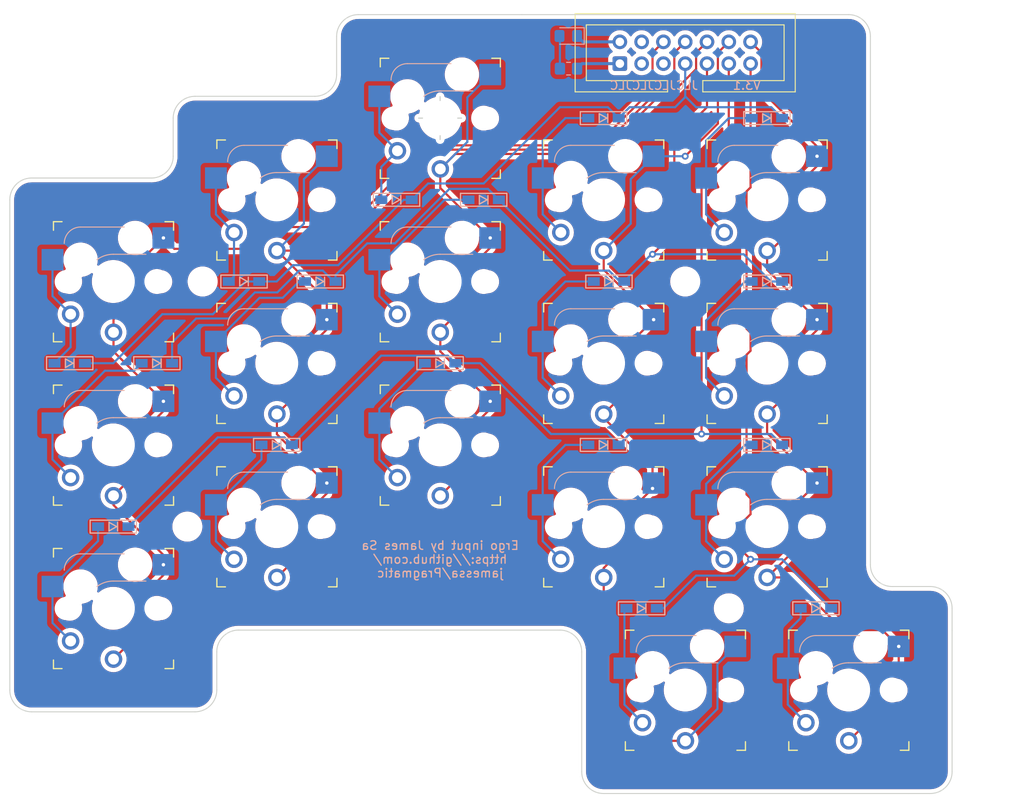
<source format=kicad_pcb>
(kicad_pcb (version 20211014) (generator pcbnew)
  (title_block (title "Pragmatic 34 input module") (date "2022-06-16") (rev "3.1") (company "James Sa"))
  (layers (0 "F.Cu" signal) (31 "B.Cu" signal) (34 "B.Paste" user) (35 "F.Paste" user) (36 "B.SilkS" user "B.Silkscreen") (37 "F.SilkS" user "F.Silkscreen") (38 "B.Mask" user) (39 "F.Mask" user) (44 "Edge.Cuts" user))
  (net 0 "")
  (net 1 "Net-(D1-Pad2)")
  (net 3 "Net-(D2-Pad2)")
  (net 4 "Net-(D7-Pad2)")
  (net 6 "Net-(D8-Pad2)")
  (net 7 "VCC")
  (net 8 "Col3")
  (net 9 "Col2")
  (net 10 "Row3")
  (net 11 "GND")
  (net 12 "Row4")
  (net 13 "Row5")
  (net 14 "Row6")
  (net 15 "Col6")
  (net 16 "Col5")
  (net 17 "Col4")
  (net 18 "Net-(D37-Pad2)")
  (net 19 "Net-(D3-Pad2)")
  (net 20 "Net-(D4-Pad2)")
  (net 21 "Net-(D5-Pad2)")
  (net 23 "Net-(D9-Pad2)")
  (net 24 "Net-(D10-Pad2)")
  (net 25 "Net-(D11-Pad2)")
  (net 26 "Net-(D13-Pad2)")
  (net 27 "Net-(D14-Pad2)")
  (net 28 "Net-(D15-Pad2)")
  (net 29 "Net-(D16-Pad2)")
  (net 30 "Net-(D17-Pad2)")
  (net 31 "Net-(D22-Pad2)")
  (net 32 "Net-(D23-Pad2)")
  (footprint "Keyboard_JSA:MX_Hotswap_Choc_Solder" (layer "F.Cu") (at 57.15 76.2)
    (fp_text reference "SW1" hide)
    (fp_text value "SW_Push" hide)
  )
  (footprint "Keyboard_JSA:MX_Hotswap_Choc_Solder" (layer "F.Cu") (at 57.15 95.25)
    (fp_text reference "SW7" hide)
    (fp_text value "SW_Push" hide)
  )
  (footprint "Keyboard_JSA:MX_Hotswap_Choc_Solder" (layer "F.Cu") (at 76.2 85.725)
    (fp_text reference "SW8" hide)
    (fp_text value "SW_Push" hide)
  )
  (footprint "Keyboard_JSA:MX_Hotswap_Choc_Solder" (layer "F.Cu") (at 76.2 66.675)
    (fp_text reference "SW2" hide)
    (fp_text value "SW_Push" hide)
  )
  (footprint "Keyboard_JSA:MX_Hotswap_Choc_Solder" (layer "F.Cu") (at 95.25 57.15)
    (fp_text reference "SW3" hide)
    (fp_text value "SW_Push" hide)
  )
  (footprint "Keyboard_JSA:MX_Hotswap_Choc_Solder" (layer "F.Cu") (at 114.3 66.675)
    (fp_text reference "SW4" hide)
    (fp_text value "SW_Push" hide)
  )
  (footprint "Keyboard_JSA:MX_Hotswap_Choc_Solder" (layer "F.Cu") (at 133.35 66.675)
    (fp_text reference "SW5" hide)
    (fp_text value "SW_Push" hide)
  )
  (footprint "Keyboard_JSA:MX_Hotswap_Choc_Solder" (layer "F.Cu") (at 95.25 76.2)
    (fp_text reference "SW9" hide)
    (fp_text value "SW_Push" hide)
  )
  (footprint "Keyboard_JSA:MX_Hotswap_Choc_Solder" (layer "F.Cu") (at 114.3 85.725)
    (fp_text reference "SW10" hide)
    (fp_text value "SW_Push" hide)
  )
  (footprint "Keyboard_JSA:MX_Hotswap_Choc_Solder" (layer "F.Cu") (at 133.35 85.725)
    (fp_text reference "SW11" hide)
    (fp_text value "SW_Push" hide)
  )
  (footprint "Keyboard_JSA:MX_Hotswap_Choc_Solder" (layer "F.Cu") (at 57.15 114.3)
    (fp_text reference "SW13" hide)
    (fp_text value "SW_Push" hide)
  )
  (footprint "Keyboard_JSA:MX_Hotswap_Choc_Solder" (layer "F.Cu") (at 76.2 104.775)
    (fp_text reference "SW14" hide)
    (fp_text value "SW_Push" hide)
  )
  (footprint "Keyboard_JSA:MX_Hotswap_Choc_Solder" (layer "F.Cu") (at 95.25 95.25)
    (fp_text reference "SW15" hide)
    (fp_text value "SW_Push" hide)
  )
  (footprint "Keyboard_JSA:MX_Hotswap_Choc_Solder" (layer "F.Cu") (at 114.3 104.775)
    (fp_text reference "SW16" hide)
    (fp_text value "SW_Push" hide)
  )
  (footprint "Keyboard_JSA:MX_Hotswap_Choc_Solder" (layer "F.Cu") (at 133.35 104.775)
    (fp_text reference "SW17" hide)
    (fp_text value "SW_Push" hide)
  )
  (footprint "Keyboard_JSA:MX_Hotswap_Choc_Solder" (layer "F.Cu") (at 123.825 123.825)
    (fp_text reference "SW22" hide)
    (fp_text value "SW_Push" hide)
  )
  (footprint "Keyboard_JSA:MX_Hotswap_Choc_Solder" (layer "F.Cu") (at 142.875 123.825)
    (fp_text reference "SW23" hide)
    (fp_text value "SW_Push" hide)
  )
  (footprint "MountingHole:MountingHole_2.5mm" (layer "F.Cu") (at 67.564 76.2)
    (fp_text reference "H1")
    (fp_text value "MountingHole")
  )
  (footprint "MountingHole:MountingHole_2.5mm" (layer "F.Cu") (at 65.786 104.775)
    (fp_text reference "H2")
    (fp_text value "MountingHole")
  )
  (footprint "MountingHole:MountingHole_2.5mm" (layer "F.Cu") (at 123.825 76.2)
    (fp_text reference "H3")
    (fp_text value "MountingHole")
  )
  (footprint "MountingHole:MountingHole_2.5mm" (layer "F.Cu") (at 128.905 114.3)
    (fp_text reference "H4")
    (fp_text value "MountingHole")
  )
  (footprint "Connector_IDC:IDC-Header_2x07_P2.54mm_Vertical" (layer "F.Cu") (at 116.205 50.8 90)
    (fp_text reference "J1" hide)
    (fp_text value "Hand-Soldering")
  )
  (footprint "Symbol:OSHW-Logo_5.7x6mm_Copper" (layer "F.Cu") (at 95.25 108.585)
    (fp_text reference "LOGO1" hide)
    (fp_text value "Logo_Open_Hardware_Small" hide)
  )
  (footprint "Keyboard_Foostan:D3_SMD_v2" (layer "B.Cu") (at 52.07 85.725 180)
    (fp_text reference "D1" hide)
    (fp_text value "1N4148" hide)
  )
  (footprint "Keyboard_Foostan:D3_SMD_v2" (layer "B.Cu") (at 62.23 85.725 180)
    (fp_text reference "D7" hide)
    (fp_text value "1N4148" hide)
  )
  (footprint "Keyboard_Foostan:D3_SMD_v2" (layer "B.Cu") (at 81.28 76.2 180)
    (fp_text reference "D8" hide)
    (fp_text value "1N4148" hide)
  )
  (footprint "Keyboard_Foostan:D3_SMD_v2" (layer "B.Cu") (at 72.39 76.2 180)
    (fp_text reference "D2" hide)
    (fp_text value "1N4148" hide)
  )
  (footprint "Keyboard_Foostan:D3_SMD_v2" (layer "B.Cu") (at 90.17 66.675 180)
    (fp_text reference "D3" hide)
    (fp_text value "1N4148" hide)
  )
  (footprint "Keyboard_Foostan:D3_SMD_v2" (layer "B.Cu") (at 114.3 57.15 180)
    (fp_text reference "D4" hide)
    (fp_text value "1N4148" hide)
  )
  (footprint "Keyboard_Foostan:D3_SMD_v2" (layer "B.Cu") (at 133.35 57.15 180)
    (fp_text reference "D5" hide)
    (fp_text value "1N4148" hide)
  )
  (footprint "Keyboard_Foostan:D3_SMD_v2" (layer "B.Cu") (at 100.33 66.675 180)
    (fp_text reference "D9" hide)
    (fp_text value "1N4148" hide)
  )
  (footprint "Keyboard_Foostan:D3_SMD_v2" (layer "B.Cu") (at 114.935 76.2 180)
    (fp_text reference "D10" hide)
    (fp_text value "1N4148" hide)
  )
  (footprint "Keyboard_Foostan:D3_SMD_v2" (layer "B.Cu") (at 133.35 76.2 180)
    (fp_text reference "D11" hide)
    (fp_text value "1N4148" hide)
  )
  (footprint "Keyboard_Foostan:D3_SMD_v2" (layer "B.Cu") (at 57.15 104.775 180)
    (fp_text reference "D13" hide)
    (fp_text value "1N4148" hide)
  )
  (footprint "Keyboard_Foostan:D3_SMD_v2" (layer "B.Cu") (at 76.2 95.25 180)
    (fp_text reference "D14" hide)
    (fp_text value "1N4148" hide)
  )
  (footprint "Keyboard_Foostan:D3_SMD_v2" (layer "B.Cu") (at 95.25 85.725 180)
    (fp_text reference "D15" hide)
    (fp_text value "1N4148" hide)
  )
  (footprint "Keyboard_Foostan:D3_SMD_v2" (layer "B.Cu") (at 114.3 95.25 180)
    (fp_text reference "D16" hide)
    (fp_text value "1N4148" hide)
  )
  (footprint "Keyboard_Foostan:D3_SMD_v2" (layer "B.Cu") (at 133.35 95.25 180)
    (fp_text reference "D17" hide)
    (fp_text value "1N4148" hide)
  )
  (footprint "Keyboard_Foostan:D3_SMD_v2" (layer "B.Cu") (at 118.745 114.3 180)
    (fp_text reference "D22" hide)
    (fp_text value "1N4148" hide)
  )
  (footprint "Keyboard_Foostan:D3_SMD_v2" (layer "B.Cu") (at 139.065 114.3 180)
    (fp_text reference "D23" hide)
    (fp_text value "1N4148" hide)
  )
  (footprint "LED_SMD:LED_0805_2012Metric_Pad1.15x1.40mm_HandSolder" (layer "B.Cu") (at 110.195 47.575 180)
    (fp_text reference "D37")
    (fp_text value "White LED")
  )
  (footprint "Resistor_SMD:R_0805_2012Metric_Pad1.20x1.40mm_HandSolder" (layer "B.Cu") (at 110.22 51.385 180)
    (fp_text reference "R1")
    (fp_text value "1.5K 1/8W")
  )
  (gr_line (start 83.185 52.07) (end 83.185 47.625) (layer "Edge.Cuts") (width 0.12))
  (gr_line (start 111.76 119.38) (end 111.76 133.35) (layer "Edge.Cuts") (width 0.12))
  (gr_arc (start 147.955 111.76) (mid 146.158949 111.016051) (end 145.415 109.22) (layer "Edge.Cuts") (width 0.12))
  (gr_arc (start 47.625 126.365) (mid 45.828949 125.621051) (end 45.085 123.825) (layer "Edge.Cuts") (width 0.12))
  (gr_line (start 149.86 135.89) (end 152.4 135.89) (layer "Edge.Cuts") (width 0.12))
  (gr_arc (start 64.135 61.595) (mid 63.391051 63.391051) (end 61.595 64.135) (layer "Edge.Cuts") (width 0.12))
  (gr_line (start 45.085 66.675) (end 45.085 123.825) (layer "Edge.Cuts") (width 0.12))
  (gr_arc (start 114.3 135.89) (mid 112.503949 135.146051) (end 111.76 133.35) (layer "Edge.Cuts") (width 0.12))
  (gr_arc (start 83.185 52.07) (mid 82.441051 53.866051) (end 80.645 54.61) (layer "Edge.Cuts") (width 0.12))
  (gr_arc (start 69.215 119.38) (mid 69.958949 117.583949) (end 71.755 116.84) (layer "Edge.Cuts") (width 0.12))
  (gr_arc (start 152.4 111.76) (mid 154.196051 112.503949) (end 154.94 114.3) (layer "Edge.Cuts") (width 0.12))
  (gr_line (start 145.415 109.22) (end 145.415 47.625) (layer "Edge.Cuts") (width 0.12))
  (gr_line (start 47.625 126.365) (end 66.675 126.365) (layer "Edge.Cuts") (width 0.12))
  (gr_arc (start 83.185 47.625) (mid 83.928949 45.828949) (end 85.725 45.085) (layer "Edge.Cuts") (width 0.12))
  (gr_line (start 154.94 116.84) (end 154.94 114.3) (layer "Edge.Cuts") (width 0.12))
  (gr_arc (start 64.135 57.15) (mid 64.878949 55.353949) (end 66.675 54.61) (layer "Edge.Cuts") (width 0.12))
  (gr_line (start 109.22 116.84) (end 71.755 116.84) (layer "Edge.Cuts") (width 0.12))
  (gr_arc (start 109.22 116.84) (mid 111.016051 117.583949) (end 111.76 119.38) (layer "Edge.Cuts") (width 0.12))
  (gr_arc (start 45.085 66.675) (mid 45.828949 64.878949) (end 47.625 64.135) (layer "Edge.Cuts") (width 0.12))
  (gr_arc (start 69.215 123.825) (mid 68.471051 125.621051) (end 66.675 126.365) (layer "Edge.Cuts") (width 0.12))
  (gr_line (start 69.215 123.825) (end 69.215 119.38) (layer "Edge.Cuts") (width 0.12))
  (gr_line (start 104.775 45.085) (end 85.725 45.085) (layer "Edge.Cuts") (width 0.12))
  (gr_line (start 64.135 57.15) (end 64.135 61.595) (layer "Edge.Cuts") (width 0.12))
  (gr_line (start 152.4 111.76) (end 147.955 111.76) (layer "Edge.Cuts") (width 0.12))
  (gr_line (start 142.875 45.085) (end 104.775 45.085) (layer "Edge.Cuts") (width 0.12))
  (gr_line (start 61.595 64.135) (end 47.625 64.135) (layer "Edge.Cuts") (width 0.12))
  (gr_arc (start 154.94 133.35) (mid 154.196051 135.146051) (end 152.4 135.89) (layer "Edge.Cuts") (width 0.12))
  (gr_line (start 154.94 116.84) (end 154.94 133.35) (layer "Edge.Cuts") (width 0.12))
  (gr_line (start 149.86 135.89) (end 114.3 135.89) (layer "Edge.Cuts") (width 0.12))
  (gr_arc (start 142.875 45.085) (mid 144.671051 45.828949) (end 145.415 47.625) (layer "Edge.Cuts") (width 0.12))
  (gr_line (start 66.675 54.61) (end 80.645 54.61) (layer "Edge.Cuts") (width 0.12))
  (gr_text "Ergo input by James Sa\nhttps://github.com/\njamessa/Pragmatic" (at 95.25 108.585) (layer "B.SilkS") (effects (font (size 1 1)) (justify mirror)))
  (gr_text "김" (at 68.58 93.98) (layer "B.SilkS") (effects (font (size 1 1)) (justify mirror)))
  (gr_text "JLCJLCJLCJLC" (at 114.935 53.34) (layer "B.SilkS") (effects (font (size 1.016 1)) (justify right mirror)))
  (gr_text "김" (at 67.31 94.615) (layer "B.SilkS") (effects (font (size 1.5 1.5)) (justify mirror)))
  (gr_text "V3.1" (at 132.715 53.34) (layer "B.SilkS") (effects (font (size 1 1)) (justify left mirror)))
  (target plus (at 95.25 57.15) (size 5) (width 0.12) (layer "Edge.Cuts"))
  (target plus (at 95.25 57.15) (size 5) (width 0.12) (layer "Edge.Cuts"))
  (segment (start 50.065 73.66) (end 50.065 77.9) (width 0.25) (layer "B.Cu") (net 1))
  (segment (start 50.065 77.9) (end 52.175 80.01) (width 0.25) (layer "B.Cu") (net 1))
  (segment (start 52.175 80.01) (end 52.175 83.845) (width 0.25) (layer "B.Cu") (net 1))
  (segment (start 52.175 83.845) (end 50.295 85.725) (width 0.25) (layer "B.Cu") (net 1))
  (segment (start 69.115 64.135) (end 69.115 68.375) (width 0.25) (layer "B.Cu") (net 3))
  (segment (start 71.225 70.485) (end 71.225 75.59) (width 0.25) (layer "B.Cu") (net 3))
  (segment (start 69.115 68.375) (end 71.225 70.485) (width 0.25) (layer "B.Cu") (net 3))
  (segment (start 71.225 75.59) (end 70.615 76.2) (width 0.25) (layer "B.Cu") (net 3))
  (segment (start 56.171489 86.603511) (end 50.065 92.71) (width 0.25) (layer "B.Cu") (net 4))
  (segment (start 59.576489 86.603511) (end 56.171489 86.603511) (width 0.25) (layer "B.Cu") (net 4))
  (segment (start 50.065 92.71) (end 50.065 96.95) (width 0.25) (layer "B.Cu") (net 4))
  (segment (start 50.065 96.95) (end 52.175 99.06) (width 0.25) (layer "B.Cu") (net 4))
  (segment (start 60.455 85.725) (end 59.576489 86.603511) (width 0.25) (layer "B.Cu") (net 4))
  (segment (start 79.505 76.2) (end 78.805 76.2) (width 0.25) (layer "B.Cu") (net 6))
  (segment (start 76.9 78.105) (end 74.195 78.105) (width 0.25) (layer "B.Cu") (net 6))
  (segment (start 74.195 78.105) (end 69.115 83.185) (width 0.25) (layer "B.Cu") (net 6))
  (segment (start 69.115 87.425) (end 71.225 89.535) (width 0.25) (layer "B.Cu") (net 6))
  (segment (start 69.115 83.185) (end 69.115 87.425) (width 0.25) (layer "B.Cu") (net 6))
  (segment (start 78.805 76.2) (end 76.9 78.105) (width 0.25) (layer "B.Cu") (net 6))
  (segment (start 116.205 50.8) (end 111.805 50.8) (width 0.3556) (layer "B.Cu") (net 7))
  (segment (start 111.805 50.8) (end 111.22 51.385) (width 0.3556) (layer "B.Cu") (net 7))
  (segment (start 79.375 88.5) (end 79.375 84.455) (width 0.25) (layer "F.Cu") (net 8))
  (segment (start 82.042 80.645) (end 82.042 78.417) (width 0.25) (layer "F.Cu") (net 8))
  (segment (start 79.375 107.55) (end 79.375 103.5685) (width 0.25) (layer "F.Cu") (net 8))
  (segment (start 79.375 103.5685) (end 82.042 100.9015) (width 0.25) (layer "F.Cu") (net 8))
  (segment (start 94.428998 60.828502) (end 82.6575 72.6) (width 0.25) (layer "F.Cu") (net 8))
  (segment (start 123.825 48.26) (end 122.555 49.53) (width 0.25) (layer "F.Cu") (net 8))
  (segment (start 76.225 91.65) (end 79.375 88.5) (width 0.25) (layer "F.Cu") (net 8))
  (segment (start 76.225 110.7) (end 79.375 107.55) (width 0.25) (layer "F.Cu") (net 8))
  (segment (start 79.375 84.455) (end 82.042 81.788) (width 0.25) (layer "F.Cu") (net 8))
  (segment (start 76.225 94.005) (end 76.225 91.65) (width 0.25) (layer "F.Cu") (net 8))
  (segment (start 113.796498 60.828502) (end 94.428998 60.828502) (width 0.25) (layer "F.Cu") (net 8))
  (segment (start 122.555 49.53) (end 122.555 52.07) (width 0.25) (layer "F.Cu") (net 8))
  (segment (start 82.6575 72.6) (end 76.225 72.6) (width 0.25) (layer "F.Cu") (net 8))
  (segment (start 82.042 78.417) (end 76.225 72.6) (width 0.25) (layer "F.Cu") (net 8))
  (segment (start 82.042 99.695) (end 81.915 99.695) (width 0.25) (layer "F.Cu") (net 8))
  (segment (start 81.915 99.695) (end 76.225 94.005) (width 0.25) (layer "F.Cu") (net 8))
  (segment (start 82.042 81.788) (end 82.042 80.645) (width 0.25) (layer "F.Cu") (net 8))
  (segment (start 82.042 100.9015) (end 82.042 99.695) (width 0.25) (layer "F.Cu") (net 8))
  (segment (start 122.555 52.07) (end 113.796498 60.828502) (width 0.25) (layer "F.Cu") (net 8))
  (via (at 82.042 99.695) (size 0.8) (drill 0.4) (layers "F.Cu" "B.Cu") (net 8))
  (via (at 82.042 80.645) (size 0.8) (drill 0.4) (layers "F.Cu" "B.Cu") (net 8))
  (segment (start 79.375 64.262) (end 79.375 69.45) (width 0.25) (layer "B.Cu") (net 8))
  (segment (start 79.375 69.45) (end 76.225 72.6) (width 0.25) (layer "B.Cu") (net 8))
  (segment (start 82.042 61.595) (end 79.375 64.262) (width 0.25) (layer "B.Cu") (net 8))
  (segment (start 57.175 84.353) (end 62.992 90.17) (width 0.25) (layer "F.Cu") (net 9))
  (segment (start 120.015 49.53) (end 120.015 53.774344) (width 0.25) (layer "F.Cu") (net 9))
  (segment (start 113.464353 60.324991) (end 93.980009 60.324991) (width 0.25) (layer "F.Cu") (net 9))
  (segment (start 75.333568 69.85) (end 72.793568 72.39) (width 0.25) (layer "F.Cu") (net 9))
  (segment (start 57.175 101.175) (end 57.175 102.26) (width 0.25) (layer "F.Cu") (net 9))
  (segment (start 84.455 69.85) (end 75.333568 69.85) (width 0.25) (layer "F.Cu") (net 9))
  (segment (start 60.325 98.025) (end 57.175 101.175) (width 0.25) (layer "F.Cu") (net 9))
  (segment (start 60.325 73.787) (end 60.325 77.47) (width 0.25) (layer "F.Cu") (net 9))
  (segment (start 62.992 109.22) (end 62.992 110.4265) (width 0.25) (layer "F.Cu") (net 9))
  (segment (start 72.793568 72.39) (end 64.262 72.39) (width 0.25) (layer "F.Cu") (net 9))
  (segment (start 57.175 102.26) (end 62.992 108.077) (width 0.25) (layer "F.Cu") (net 9))
  (segment (start 62.992 110.4265) (end 60.325 113.0935) (width 0.25) (layer "F.Cu") (net 9))
  (segment (start 93.980009 60.324991) (end 84.455 69.85) (width 0.25) (layer "F.Cu") (net 9))
  (segment (start 64.262 72.39) (end 62.992 71.12) (width 0.25) (layer "F.Cu") (net 9))
  (segment (start 62.992 108.077) (end 62.992 109.22) (width 0.25) (layer "F.Cu") (net 9))
  (segment (start 120.015 53.774344) (end 113.464353 60.324991) (width 0.25) (layer "F.Cu") (net 9))
  (segment (start 60.325 113.0935) (end 60.325 117.075) (width 0.25) (layer "F.Cu") (net 9))
  (segment (start 60.325 93.98) (end 60.325 98.025) (width 0.25) (layer "F.Cu") (net 9))
  (segment (start 62.992 91.313) (end 60.325 93.98) (width 0.25) (layer "F.Cu") (net 9))
  (segment (start 62.992 71.12) (end 60.325 73.787) (width 0.25) (layer "F.Cu") (net 9))
  (segment (start 62.992 90.17) (end 62.992 91.313) (width 0.25) (layer "F.Cu") (net 9))
  (segment (start 57.175 82.125) (end 57.175 84.353) (width 0.25) (layer "F.Cu") (net 9))
  (segment (start 57.175 80.62) (end 57.175 82.125) (width 0.25) (layer "F.Cu") (net 9))
  (segment (start 60.325 77.47) (end 57.175 80.62) (width 0.25) (layer "F.Cu") (net 9))
  (segment (start 121.285 48.26) (end 120.015 49.53) (width 0.25) (layer "F.Cu") (net 9))
  (segment (start 60.325 117.075) (end 57.175 120.225) (width 0.25) (layer "F.Cu") (net 9))
  (via (at 62.992 109.22) (size 0.8) (drill 0.4) (layers "F.Cu" "B.Cu") (net 9))
  (via (at 62.992 90.17) (size 0.8) (drill 0.4) (layers "F.Cu" "B.Cu") (net 9))
  (via (at 62.992 71.12) (size 0.8) (drill 0.4) (layers "F.Cu" "B.Cu") (net 9))
  (segment (start 116.075 57.15) (end 114.805 55.88) (width 0.25) (layer "B.Cu") (net 10))
  (segment (start 135.125 57.15) (end 133.855 55.88) (width 0.25) (layer "B.Cu") (net 10))
  (segment (start 57.15 85.725) (end 53.845 85.725) (width 0.25) (layer "B.Cu") (net 10))
  (segment (start 90.995 66.675) (end 83.375 74.295) (width 0.25) (layer "B.Cu") (net 10))
  (segment (start 123.825 54.701962) (end 123.825 50.8) (width 0.25) (layer "B.Cu") (net 10))
  (segment (start 68.762022 80.01) (end 62.865 80.01) (width 0.25) (layer "B.Cu") (net 10))
  (segment (start 62.865 80.01) (end 57.15 85.725) (width 0.25) (layer "B.Cu") (net 10))
  (segment (start 117.345 55.88) (end 122.646962 55.88) (width 0.25) (layer "B.Cu") (net 10))
  (segment (start 100.33 64.77) (end 93.85 64.77) (width 0.25) (layer "B.Cu") (net 10))
  (segment (start 133.855 55.88) (end 125.095 55.88) (width 0.25) (layer "B.Cu") (net 10))
  (segment (start 72.572022 76.2) (end 68.762022 80.01) (width 0.25) (layer "B.Cu") (net 10))
  (segment (start 122.646962 55.88) (end 123.825 54.701962) (width 0.25) (layer "B.Cu") (net 10))
  (segment (start 114.805 55.88) (end 109.22 55.88) (width 0.25) (layer "B.Cu") (net 10))
  (segment (start 91.945 66.675) (end 90.995 66.675) (width 0.25) (layer "B.Cu") (net 10))
  (segment (start 78.105 74.295) (end 76.2 76.2) (width 0.25) (layer "B.Cu") (net 10))
  (segment (start 83.375 74.295) (end 78.105 74.295) (width 0.25) (layer "B.Cu") (net 10))
  (segment (start 74.165 76.2) (end 72.572022 76.2) (width 0.25) (layer "B.Cu") (net 10))
  (segment (start 93.85 64.77) (end 91.945 66.675) (width 0.25) (layer "B.Cu") (net 10))
  (segment (start 109.22 55.88) (end 100.33 64.77) (width 0.25) (layer "B.Cu") (net 10))
  (segment (start 116.075 57.15) (end 117.345 55.88) (width 0.25) (layer "B.Cu") (net 10))
  (segment (start 76.2 76.2) (end 74.165 76.2) (width 0.25) (layer "B.Cu") (net 10))
  (segment (start 125.095 55.88) (end 123.825 54.61) (width 0.25) (layer "B.Cu") (net 10))
  (segment (start 111.905 48.26) (end 111.22 47.575) (width 0.3556) (layer "B.Cu") (net 11))
  (segment (start 116.205 48.26) (end 111.905 48.26) (width 0.3556) (layer "B.Cu") (net 11))
  (segment (start 122.555 70.485) (end 120.015001 73.024999) (width 0.25) (layer "F.Cu") (net 12))
  (segment (start 126.365 55.88) (end 122.555 59.69) (width 0.25) (layer "F.Cu") (net 12))
  (segment (start 126.365 50.8) (end 126.365 55.88) (width 0.25) (layer "F.Cu") (net 12))
  (segment (start 122.555 59.69) (end 122.555 70.485) (width 0.25) (layer "F.Cu") (net 12))
  (via (at 120.015001 73.024999) (size 0.8) (drill 0.4) (layers "F.Cu" "B.Cu") (net 12))
  (segment (start 64.005 83.315) (end 64.005 85.725) (width 0.25) (layer "B.Cu") (net 12))
  (segment (start 83.055 75.45) (end 83.055 76.2) (width 0.25) (layer "B.Cu") (net 12))
  (segment (start 116.205 76.2) (end 114.935 74.93) (width 0.25) (layer "B.Cu") (net 12))
  (segment (start 96.331954 65.405) (end 89.981954 71.755) (width 0.25) (layer "B.Cu") (net 12))
  (segment (start 116.71 76.2) (end 119.885001 73.024999) (width 0.25) (layer "B.Cu") (net 12))
  (segment (start 76.277978 77.47) (end 73.66 77.47) (width 0.25) (layer "B.Cu") (net 12))
  (segment (start 78.817978 74.93) (end 76.277978 77.47) (width 0.25) (layer "B.Cu") (net 12))
  (segment (start 114.935 74.93) (end 110.36 74.93) (width 0.25) (layer "B.Cu") (net 12))
  (segment (start 73.66 77.47) (end 70.616489 80.513511) (width 0.25) (layer "B.Cu") (net 12))
  (segment (start 130.644999 73.024999) (end 120.015001 73.024999) (width 0.25) (layer "B.Cu") (net 12))
  (segment (start 119.885001 73.024999) (end 120.015001 73.024999) (width 0.25) (layer "B.Cu") (net 12))
  (segment (start 81.585 74.93) (end 78.817978 74.93) (width 0.25) (layer "B.Cu") (net 12))
  (segment (start 70.616489 80.513511) (end 66.806489 80.513511) (width 0.25) (layer "B.Cu") (net 12))
  (segment (start 110.36 74.93) (end 102.105 66.675) (width 0.25) (layer "B.Cu") (net 12))
  (segment (start 135.125 76.2) (end 133.82 76.2) (width 0.25) (layer "B.Cu") (net 12))
  (segment (start 102.105 66.675) (end 100.835 65.405) (width 0.25) (layer "B.Cu") (net 12))
  (segment (start 86.75 71.755) (end 83.055 75.45) (width 0.25) (layer "B.Cu") (net 12))
  (segment (start 82.855 76.2) (end 81.585 74.93) (width 0.25) (layer "B.Cu") (net 12))
  (segment (start 66.806489 80.513511) (end 64.005 83.315) (width 0.25) (layer "B.Cu") (net 12))
  (segment (start 133.82 76.2) (end 130.644999 73.024999) (width 0.25) (layer "B.Cu") (net 12))
  (segment (start 89.981954 71.755) (end 86.75 71.755) (width 0.25) (layer "B.Cu") (net 12))
  (segment (start 100.835 65.405) (end 96.331954 65.405) (width 0.25) (layer "B.Cu") (net 12))
  (segment (start 128.905 62.119026) (end 125.73 65.294026) (width 0.25) (layer "F.Cu") (net 13))
  (segment (start 125.73 65.294026) (end 125.73 93.98) (width 0.25) (layer "F.Cu") (net 13))
  (segment (start 128.905 50.8) (end 128.905 62.119026) (width 0.25) (layer "F.Cu") (net 13))
  (via (at 125.73 93.98) (size 0.8) (drill 0.4) (layers "F.Cu" "B.Cu") (net 13))
  (segment (start 114.805 93.98) (end 108.184022 93.98) (width 0.25) (layer "B.Cu") (net 13))
  (segment (start 97.025 85.725) (end 96.146489 84.846489) (width 0.25) (layer "B.Cu") (net 13))
  (segment (start 116.075 95.25) (end 114.805 93.98) (width 0.25) (layer "B.Cu") (net 13))
  (segment (start 69.328511 94.371489) (end 58.925 104.775) (width 0.25) (layer "B.Cu") (net 13))
  (segment (start 99.929022 85.725) (end 97.025 85.725) (width 0.25) (layer "B.Cu") (net 13))
  (segment (start 96.146489 84.846489) (end 88.378511 84.846489) (width 0.25) (layer "B.Cu") (net 13))
  (segment (start 108.184022 93.98) (end 99.929022 85.725) (width 0.25) (layer "B.Cu") (net 13))
  (segment (start 135.125 95.25) (end 133.855 93.98) (width 0.25) (layer "B.Cu") (net 13))
  (segment (start 116.075 95.25) (end 117.345 93.98) (width 0.25) (layer "B.Cu") (net 13))
  (segment (start 77.096489 94.371489) (end 69.328511 94.371489) (width 0.25) (layer "B.Cu") (net 13))
  (segment (start 88.378511 84.846489) (end 77.975 95.25) (width 0.25) (layer "B.Cu") (net 13))
  (segment (start 117.345 93.98) (end 125.73 93.98) (width 0.25) (layer "B.Cu") (net 13))
  (segment (start 77.975 95.25) (end 77.096489 94.371489) (width 0.25) (layer "B.Cu") (net 13))
  (segment (start 133.855 93.98) (end 125.73 93.98) (width 0.25) (layer "B.Cu") (net 13))
  (segment (start 130.975479 81.707492) (end 131.445 82.177013) (width 0.25) (layer "F.Cu") (net 14))
  (segment (start 131.445 103.321919) (end 130.175 104.591919) (width 0.25) (layer "F.Cu") (net 14))
  (segment (start 130.175 107.315) (end 131.445 108.585) (width 0.25) (layer "F.Cu") (net 14))
  (segment (start 130.175 104.591919) (end 130.175 107.315) (width 0.25) (layer "F.Cu") (net 14))
  (segment (start 130.975479 84.74144) (end 130.975479 101.019505) (width 0.25) (layer "F.Cu") (net 14))
  (segment (start 131.445 101.489026) (end 131.445 103.321919) (width 0.25) (layer "F.Cu") (net 14))
  (segment (start 130.975479 65.69144) (end 130.975479 81.707492) (width 0.25) (layer "F.Cu") (net 14))
  (segment (start 131.445 84.271919) (end 130.975479 84.74144) (width 0.25) (layer "F.Cu") (net 14))
  (segment (start 131.445 82.177013) (end 131.445 84.271919) (width 0.25) (layer "F.Cu") (net 14))
  (segment (start 130.975479 101.019505) (end 131.445 101.489026) (width 0.25) (layer "F.Cu") (net 14))
  (segment (start 131.445 50.8) (end 131.445 65.221919) (width 0.25) (layer "F.Cu") (net 14))
  (segment (start 131.445 65.221919) (end 130.975479 65.69144) (width 0.25) (layer "F.Cu") (net 14))
  (via (at 131.445 108.585) (size 0.8) (drill 0.4) (layers "F.Cu" "B.Cu") (net 14))
  (segment (start 140.84 114.3) (end 135.125 108.585) (width 0.25) (layer "B.Cu") (net 14))
  (segment (start 129.54 110.49) (end 131.445 108.585) (width 0.25) (layer "B.Cu") (net 14))
  (segment (start 125.095 110.49) (end 129.54 110.49) (width 0.25) (layer "B.Cu") (net 14))
  (segment (start 135.125 108.585) (end 131.445 108.585) (width 0.25) (layer "B.Cu") (net 14))
  (segment (start 120.52 114.3) (end 121.285 114.3) (width 0.25) (layer "B.Cu") (net 14))
  (segment (start 121.285 114.3) (end 125.095 110.49) (width 0.25) (layer "B.Cu") (net 14))
  (segment (start 133.375 93.878) (end 139.192 99.695) (width 0.25) (layer "F.Cu") (net 15))
  (segment (start 146.05 126.6) (end 142.9 129.75) (width 0.25) (layer "F.Cu") (net 15))
  (segment (start 142.24 116.84) (end 146.812 116.84) (width 0.25) (layer "F.Cu") (net 15))
  (segment (start 136.525 65.405) (end 136.525 69.85) (width 0.25) (layer "F.Cu") (net 15))
  (segment (start 132.715 49.53) (end 132.715 53.975) (width 0.25) (layer "F.Cu") (net 15))
  (segment (start 136.525 107.55) (end 133.375 110.7) (width 0.25) (layer "F.Cu") (net 15))
  (segment (start 139.192 99.695) (end 136.525 102.362) (width 0.25) (layer "F.Cu") (net 15))
  (segment (start 139.192 81.8515) (end 136.525 84.5185) (width 0.25) (layer "F.Cu") (net 15))
  (segment (start 146.812 116.84) (end 148.717 118.745) (width 0.25) (layer "F.Cu") (net 15))
  (segment (start 132.715 53.975) (end 139.192 60.452) (width 0.25) (layer "F.Cu") (net 15))
  (segment (start 148.717 118.745) (end 148.717 120.5865) (width 0.25) (layer "F.Cu") (net 15))
  (segment (start 148.717 120.5865) (end 146.05 123.2535) (width 0.25) (layer "F.Cu") (net 15))
  (segment (start 146.05 123.2535) (end 146.05 126.6) (width 0.25) (layer "F.Cu") (net 15))
  (segment (start 133.375 91.65) (end 133.375 93.878) (width 0.25) (layer "F.Cu") (net 15))
  (segment (start 133.375 110.7) (end 136.1 110.7) (width 0.25) (layer "F.Cu") (net 15))
  (segment (start 139.192 62.738) (end 136.525 65.405) (width 0.25) (layer "F.Cu") (net 15))
  (segment (start 139.192 60.452) (end 139.192 61.595) (width 0.25) (layer "F.Cu") (net 15))
  (segment (start 133.375 74.828) (end 139.192 80.645) (width 0.25) (layer "F.Cu") (net 15))
  (segment (start 136.525 84.5185) (end 136.525 88.5) (width 0.25) (layer "F.Cu") (net 15))
  (segment (start 139.192 61.595) (end 139.192 62.738) (width 0.25) (layer "F.Cu") (net 15))
  (segment (start 136.1 110.7) (end 142.24 116.84) (width 0.25) (layer "F.Cu") (net 15))
  (segment (start 136.525 88.5) (end 133.375 91.65) (width 0.25) (layer "F.Cu") (net 15))
  (segment (start 139.192 80.645) (end 139.192 81.8515) (width 0.25) (layer "F.Cu") (net 15))
  (segment (start 136.525 102.362) (end 136.525 107.55) (width 0.25) (layer "F.Cu") (net 15))
  (segment (start 133.375 72.6) (end 133.375 74.828) (width 0.25) (layer "F.Cu") (net 15))
  (segment (start 136.525 69.85) (end 133.775 72.6) (width 0.25) (layer "F.Cu") (net 15))
  (segment (start 131.445 48.26) (end 132.715 49.53) (width 0.25) (layer "F.Cu") (net 15))
  (via (at 139.192 80.645) (size 0.8) (drill 0.4) (layers "F.Cu" "B.Cu") (net 15))
  (via (at 139.192 61.595) (size 0.8) (drill 0.4) (layers "F.Cu" "B.Cu") (net 15))
  (via (at 148.717 118.745) (size 0.8) (drill 0.4) (layers "F.Cu" "B.Cu") (net 15))
  (via (at 139.192 99.695) (size 0.8) (drill 0.4) (layers "F.Cu" "B.Cu") (net 15))
  (segment (start 114.325 72.6) (end 114.325 74.828) (width 0.25) (layer "F.Cu") (net 16))
  (segment (start 127.635 49.53) (end 127.635 57.785) (width 0.25) (layer "F.Cu") (net 16))
  (segment (start 114.3 92.075) (end 120.015 97.79) (width 0.25) (layer "F.Cu") (net 16))
  (segment (start 114.325 74.828) (end 120.142 80.645) (width 0.25) (layer "F.Cu") (net 16))
  (segment (start 114.325 109.60404) (end 114.325 110.7) (width 0.25) (layer "F.Cu") (net 16))
  (segment (start 128.905 48.26) (end 127.635 49.53) (width 0.25) (layer "F.Cu") (net 16))
  (segment (start 114.325 110.7) (end 114.325 126.39) (width 0.25) (layer "F.Cu") (net 16))
  (segment (start 117.475 83.312) (end 117.475 88.5) (width 0.25) (layer "F.Cu") (net 16))
  (segment (start 117.685 129.75) (end 123.85 129.75) (width 0.25) (layer "F.Cu") (net 16))
  (segment (start 120.015 97.79) (end 120.015 100.33) (width 0.25) (layer "F.Cu") (net 16))
  (segment (start 117.475 102.87) (end 117.475 106.45404) (width 0.25) (layer "F.Cu") (net 16))
  (segment (start 117.475 106.45404) (end 114.325 109.60404) (width 0.25) (layer "F.Cu") (net 16))
  (segment (start 114.325 126.39) (end 117.685 129.75) (width 0.25) (layer "F.Cu") (net 16))
  (segment (start 127.635 57.785) (end 123.825 61.595) (width 0.25) (layer "F.Cu") (net 16))
  (segment (start 120.015 100.33) (end 117.475 102.87) (width 0.25) (layer "F.Cu") (net 16))
  (segment (start 120.142 80.645) (end 117.475 83.312) (width 0.25) (layer "F.Cu") (net 16))
  (segment (start 117.475 88.5) (end 114.325 91.65) (width 0.25) (layer "F.Cu") (net 16))
  (via (at 120.142 80.645) (size 0.8) (drill 0.4) (layers "F.Cu" "B.Cu") (net 16))
  (via (at 120.015 100.33) (size 0.8) (drill 0.4) (layers "F.Cu" "B.Cu") (net 16))
  (via (at 123.825 61.595) (size 0.8) (drill 0.4) (layers "F.Cu" "B.Cu") (net 16))
  (segment (start 127.580479 120.831521) (end 129.667 118.745) (width 0.25) (layer "B.Cu") (net 16))
  (segment (start 127.580479 126.019521) (end 127.580479 120.831521) (width 0.25) (layer "B.Cu") (net 16))
  (segment (start 117.475 69.45) (end 114.325 72.6) (width 0.25) (layer "B.Cu") (net 16))
  (segment (start 120.142 61.595) (end 117.475 64.262) (width 0.25) (layer "B.Cu") (net 16))
  (segment (start 123.825 61.595) (end 120.142 61.595) (width 0.25) (layer "B.Cu") (net 16))
  (segment (start 117.475 64.262) (end 117.475 69.45) (width 0.25) (layer "B.Cu") (net 16))
  (segment (start 123.85 129.75) (end 127.580479 126.019521) (width 0.25) (layer "B.Cu") (net 16))
  (segment (start 125.095 51.435) (end 122.555 53.975) (width 0.25) (layer "F.Cu") (net 17))
  (segment (start 98.425 78.74) (end 95.275 81.89) (width 0.25) (layer "F.Cu") (net 17))
  (segment (start 126.365 48.26) (end 125.095 49.53) (width 0.25) (layer "F.Cu") (net 17))
  (segment (start 114.00505 61.332022) (end 97.017978 61.332022) (width 0.25) (layer "F.Cu") (net 17))
  (segment (start 97.017978 61.332022) (end 95.275 63.075) (width 0.25) (layer "F.Cu") (net 17))
  (segment (start 101.092 91.059) (end 98.425 93.726) (width 0.25) (layer "F.Cu") (net 17))
  (segment (start 98.425 98.025) (end 95.275 101.175) (width 0.25) (layer "F.Cu") (net 17))
  (segment (start 95.275 82.125) (end 95.275 84.353) (width 0.25) (layer "F.Cu") (net 17))
  (segment (start 125.095 49.53) (end 125.095 51.435) (width 0.25) (layer "F.Cu") (net 17))
  (segment (start 101.092 72.263) (end 98.425 74.93) (width 0.25) (layer "F.Cu") (net 17))
  (segment (start 121.362072 53.975) (end 114.00505 61.332022) (width 0.25) (layer "F.Cu") (net 17))
  (segment (start 122.555 53.975) (end 121.362072 53.975) (width 0.25) (layer "F.Cu") (net 17))
  (segment (start 101.092 71.12) (end 101.092 72.263) (width 0.25) (layer "F.Cu") (net 17))
  (segment (start 101.092 90.17) (end 101.092 91.059) (width 0.25) (layer "F.Cu") (net 17))
  (segment (start 98.425 93.726) (end 98.425 98.025) (width 0.25) (layer "F.Cu") (net 17))
  (segment (start 95.275 65.303) (end 101.092 71.12) (width 0.25) (layer "F.Cu") (net 17))
  (segment (start 95.275 84.353) (end 101.092 90.17) (width 0.25) (layer "F.Cu") (net 17))
  (segment (start 95.275 63.075) (end 95.275 65.303) (width 0.25) (layer "F.Cu") (net 17))
  (segment (start 98.425 74.93) (end 98.425 78.74) (width 0.25) (layer "F.Cu") (net 17))
  (via (at 101.092 90.17) (size 0.8) (drill 0.4) (layers "F.Cu" "B.Cu") (net 17))
  (via (at 101.092 71.12) (size 0.8) (drill 0.4) (layers "F.Cu" "B.Cu") (net 17))
  (segment (start 101.092 52.07) (end 98.425 54.737) (width 0.25) (layer "B.Cu") (net 17))
  (segment (start 98.425 54.737) (end 98.425 59.925) (width 0.25) (layer "B.Cu") (net 17))
  (segment (start 98.425 59.925) (end 95.275 63.075) (width 0.25) (layer "B.Cu") (net 17))
  (segment (start 109.22 47.625) (end 109.22 51.385) (width 0.25) (layer "B.Cu") (net 18))
  (segment (start 88.395 62.84) (end 90.275 60.96) (width 0.25) (layer "B.Cu") (net 19))
  (segment (start 88.165 54.61) (end 88.165 58.85) (width 0.25) (layer "B.Cu") (net 19))
  (segment (start 88.395 66.675) (end 88.395 62.84) (width 0.25) (layer "B.Cu") (net 19))
  (segment (start 88.165 58.85) (end 90.275 60.96) (width 0.25) (layer "B.Cu") (net 19))
  (segment (start 112.525 57.15) (end 109.855 57.15) (width 0.25) (layer "B.Cu") (net 20))
  (segment (start 107.215 64.135) (end 107.215 68.375) (width 0.25) (layer "B.Cu") (net 20))
  (segment (start 109.855 57.15) (end 107.215 59.79) (width 0.25) (layer "B.Cu") (net 20))
  (segment (start 107.215 68.375) (end 109.325 70.485) (width 0.25) (layer "B.Cu") (net 20))
  (segment (start 107.215 59.79) (end 107.215 64.135) (width 0.25) (layer "B.Cu") (net 20))
  (segment (start 126.265 68.375) (end 128.375 70.485) (width 0.25) (layer "B.Cu") (net 21))
  (segment (start 126.265 64.135) (end 126.265 68.375) (width 0.25) (layer "B.Cu") (net 21))
  (segment (start 131.575 57.15) (end 128.905 57.15) (width 0.25) (layer "B.Cu") (net 21))
  (segment (start 128.905 57.15) (end 126.265 59.79) (width 0.25) (layer "B.Cu") (net 21))
  (segment (start 126.265 59.79) (end 126.265 64.135) (width 0.25) (layer "B.Cu") (net 21))
  (segment (start 88.165 73.66) (end 88.165 77.9) (width 0.25) (layer "B.Cu") (net 23))
  (segment (start 88.165 77.9) (end 90.275 80.01) (width 0.25) (layer "B.Cu") (net 23))
  (segment (start 98.555 66.675) (end 95.774026 66.675) (width 0.25) (layer "B.Cu") (net 23))
  (segment (start 95.774026 66.675) (end 88.789026 73.66) (width 0.25) (layer "B.Cu") (net 23))
  (segment (start 107.215 78.84) (end 109.855 76.2) (width 0.25) (layer "B.Cu") (net 24))
  (segment (start 109.325 89.535) (end 107.215 87.425) (width 0.25) (layer "B.Cu") (net 24))
  (segment (start 107.215 83.185) (end 107.215 78.84) (width 0.25) (layer "B.Cu") (net 24))
  (segment (start 107.215 87.425) (end 107.215 83.185) (width 0.25) (layer "B.Cu") (net 24))
  (segment (start 109.855 76.2) (end 113.16 76.2) (width 0.25) (layer "B.Cu") (net 24))
  (segment (start 131.575 76.2) (end 130.81 76.2) (width 0.25) (layer "B.Cu") (net 25))
  (segment (start 130.81 76.2) (end 126.265 80.745) (width 0.25) (layer "B.Cu") (net 25))
  (segment (start 126.265 80.745) (end 126.265 83.185) (width 0.25) (layer "B.Cu") (net 25))
  (segment (start 126.265 87.425) (end 128.375 89.535) (width 0.25) (layer "B.Cu") (net 25))
  (segment (start 126.265 83.185) (end 126.265 87.425) (width 0.25) (layer "B.Cu") (net 25))
  (segment (start 55.375 106.45) (end 50.065 111.76) (width 0.25) (layer "B.Cu") (net 26))
  (segment (start 55.375 104.775) (end 55.375 106.45) (width 0.25) (layer "B.Cu") (net 26))
  (segment (start 50.065 111.76) (end 50.065 116) (width 0.25) (layer "B.Cu") (net 26))
  (segment (start 50.065 116) (end 52.175 118.11) (width 0.25) (layer "B.Cu") (net 26))
  (segment (start 74.425 95.25) (end 74.425 96.925) (width 0.25) (layer "B.Cu") (net 27))
  (segment (start 74.425 96.925) (end 69.115 102.235) (width 0.25) (layer "B.Cu") (net 27))
  (segment (start 69.115 102.235) (end 69.115 106.475) (width 0.25) (layer "B.Cu") (net 27))
  (segment (start 69.115 106.475) (end 71.225 108.585) (width 0.25) (layer "B.Cu") (net 27))
  (segment (start 88.165 96.95) (end 88.165 92.71) (width 0.25) (layer "B.Cu") (net 28))
  (segment (start 88.165 91.035) (end 93.475 85.725) (width 0.25) (layer "B.Cu") (net 28))
  (segment (start 88.165 92.71) (end 88.165 91.035) (width 0.25) (layer "B.Cu") (net 28))
  (segment (start 90.275 99.06) (end 88.165 96.95) (width 0.25) (layer "B.Cu") (net 28))
  (segment (start 107.215 97.89) (end 109.855 95.25) (width 0.25) (layer "B.Cu") (net 29))
  (segment (start 109.325 108.585) (end 107.215 106.475) (width 0.25) (layer "B.Cu") (net 29))
  (segment (start 109.855 95.25) (end 112.525 95.25) (width 0.25) (layer "B.Cu") (net 29))
  (segment (start 107.215 106.475) (end 107.215 102.235) (width 0.25) (layer "B.Cu") (net 29))
  (segment (start 107.215 102.235) (end 107.215 97.89) (width 0.25) (layer "B.Cu") (net 29))
  (segment (start 130.81 95.25) (end 126.265 99.795) (width 0.25) (layer "B.Cu") (net 30))
  (segment (start 131.445 95.25) (end 130.81 95.25) (width 0.25) (layer "B.Cu") (net 30))
  (segment (start 126.265 106.475) (end 128.375 108.585) (width 0.25) (layer "B.Cu") (net 30))
  (segment (start 126.265 102.235) (end 126.265 106.475) (width 0.25) (layer "B.Cu") (net 30))
  (segment (start 126.265 99.795) (end 126.265 102.235) (width 0.25) (layer "B.Cu") (net 30))
  (segment (start 116.74 114.53) (end 116.97 114.3) (width 0.25) (layer "B.Cu") (net 31))
  (segment (start 116.74 121.285) (end 116.74 125.525) (width 0.25) (layer "B.Cu") (net 31))
  (segment (start 116.74 121.285) (end 116.74 114.53) (width 0.25) (layer "B.Cu") (net 31))
  (segment (start 116.74 125.525) (end 118.85 127.635) (width 0.25) (layer "B.Cu") (net 31))
  (segment (start 135.89 116.84) (end 135.89 121.185) (width 0.25) (layer "B.Cu") (net 32))
  (segment (start 135.79 125.525) (end 137.9 127.635) (width 0.25) (layer "B.Cu") (net 32))
  (segment (start 135.79 121.285) (end 135.79 125.525) (width 0.25) (layer "B.Cu") (net 32))
  (segment (start 137.29 115.44) (end 135.89 116.84) (width 0.25) (layer "B.Cu") (net 32))
  (segment (start 137.29 114.3) (end 137.29 115.44) (width 0.25) (layer "B.Cu") (net 32))
  (zone (net 0) (net_name "") (layer "F.Cu") (connect_pads (clearance 0.508)) (min_thickness 0.254) (fill yes (thermal_gap 0.508) (thermal_bridge_width 0.508))
    (polygon (pts (xy 156.083 136.906) (xy 43.942 136.906) (xy 43.942 44.45) (xy 156.083 44.45)))
  )
  (zone (net 0) (net_name "") (layer "B.Cu") (connect_pads (clearance 0.508)) (min_thickness 0.254) (fill yes (thermal_gap 0.508) (thermal_bridge_width 0.508))
    (polygon (pts (xy 43.942 136.779) (xy 155.829 136.779) (xy 155.829 44.45) (xy 43.942 44.45)))
  )
)
</source>
